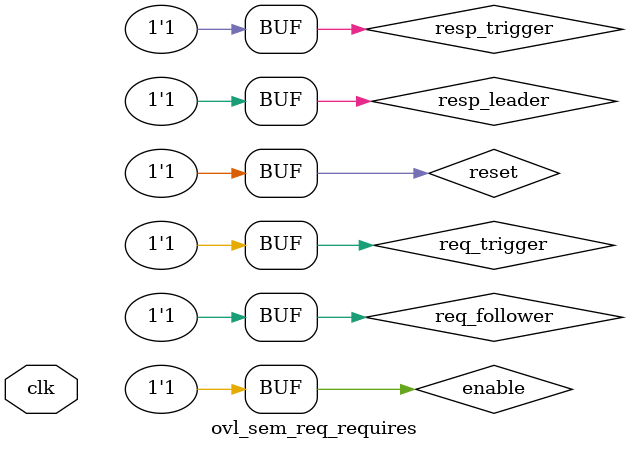
<source format=sv>
module ovl_sem_req_requires(input logic clk);
  logic reset = 1'b1;
  logic enable = 1'b1;
  logic req_trigger = 1'b1;
`ifdef FAIL
  logic req_follower = 1'b0;
  logic resp_leader = 1'b0;
  logic resp_trigger = 1'b0;
`else
  logic req_follower = 1'b1;
  logic resp_leader = 1'b1;
  logic resp_trigger = 1'b1;
`endif

  ovl_req_requires #(
      .min_cks(1),
      .max_cks(6)) dut (
      .clock(clk),
      .reset(reset),
      .enable(enable),
      .req_trigger(req_trigger),
      .req_follower(req_follower),
      .resp_leader(resp_leader),
      .resp_trigger(resp_trigger),
      .fire());
endmodule

</source>
